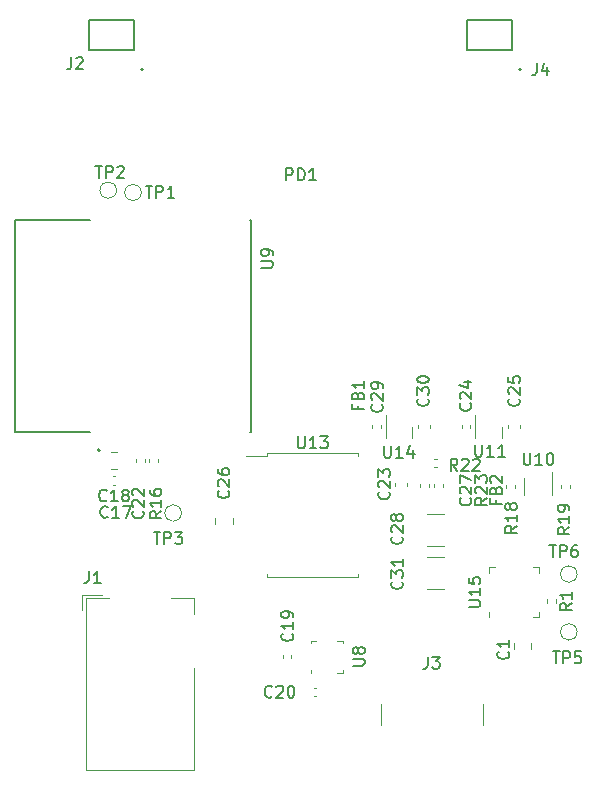
<source format=gbr>
%TF.GenerationSoftware,KiCad,Pcbnew,7.0.10*%
%TF.CreationDate,2024-03-09T07:06:28+08:00*%
%TF.ProjectId,ESP32Sensor-Sensor_board,45535033-3253-4656-9e73-6f722d53656e,rev?*%
%TF.SameCoordinates,Original*%
%TF.FileFunction,Legend,Top*%
%TF.FilePolarity,Positive*%
%FSLAX46Y46*%
G04 Gerber Fmt 4.6, Leading zero omitted, Abs format (unit mm)*
G04 Created by KiCad (PCBNEW 7.0.10) date 2024-03-09 07:06:28*
%MOMM*%
%LPD*%
G01*
G04 APERTURE LIST*
%ADD10C,0.150000*%
%ADD11C,0.120000*%
%ADD12C,0.127000*%
%ADD13C,0.200000*%
G04 APERTURE END LIST*
D10*
X161766666Y-125504819D02*
X161766666Y-126219104D01*
X161766666Y-126219104D02*
X161719047Y-126361961D01*
X161719047Y-126361961D02*
X161623809Y-126457200D01*
X161623809Y-126457200D02*
X161480952Y-126504819D01*
X161480952Y-126504819D02*
X161385714Y-126504819D01*
X162147619Y-125504819D02*
X162766666Y-125504819D01*
X162766666Y-125504819D02*
X162433333Y-125885771D01*
X162433333Y-125885771D02*
X162576190Y-125885771D01*
X162576190Y-125885771D02*
X162671428Y-125933390D01*
X162671428Y-125933390D02*
X162719047Y-125981009D01*
X162719047Y-125981009D02*
X162766666Y-126076247D01*
X162766666Y-126076247D02*
X162766666Y-126314342D01*
X162766666Y-126314342D02*
X162719047Y-126409580D01*
X162719047Y-126409580D02*
X162671428Y-126457200D01*
X162671428Y-126457200D02*
X162576190Y-126504819D01*
X162576190Y-126504819D02*
X162290476Y-126504819D01*
X162290476Y-126504819D02*
X162195238Y-126457200D01*
X162195238Y-126457200D02*
X162147619Y-126409580D01*
X155831009Y-104233333D02*
X155831009Y-104566666D01*
X156354819Y-104566666D02*
X155354819Y-104566666D01*
X155354819Y-104566666D02*
X155354819Y-104090476D01*
X155831009Y-103376190D02*
X155878628Y-103233333D01*
X155878628Y-103233333D02*
X155926247Y-103185714D01*
X155926247Y-103185714D02*
X156021485Y-103138095D01*
X156021485Y-103138095D02*
X156164342Y-103138095D01*
X156164342Y-103138095D02*
X156259580Y-103185714D01*
X156259580Y-103185714D02*
X156307200Y-103233333D01*
X156307200Y-103233333D02*
X156354819Y-103328571D01*
X156354819Y-103328571D02*
X156354819Y-103709523D01*
X156354819Y-103709523D02*
X155354819Y-103709523D01*
X155354819Y-103709523D02*
X155354819Y-103376190D01*
X155354819Y-103376190D02*
X155402438Y-103280952D01*
X155402438Y-103280952D02*
X155450057Y-103233333D01*
X155450057Y-103233333D02*
X155545295Y-103185714D01*
X155545295Y-103185714D02*
X155640533Y-103185714D01*
X155640533Y-103185714D02*
X155735771Y-103233333D01*
X155735771Y-103233333D02*
X155783390Y-103280952D01*
X155783390Y-103280952D02*
X155831009Y-103376190D01*
X155831009Y-103376190D02*
X155831009Y-103709523D01*
X156354819Y-102185714D02*
X156354819Y-102757142D01*
X156354819Y-102471428D02*
X155354819Y-102471428D01*
X155354819Y-102471428D02*
X155497676Y-102566666D01*
X155497676Y-102566666D02*
X155592914Y-102661904D01*
X155592914Y-102661904D02*
X155640533Y-102757142D01*
X134557142Y-112259580D02*
X134509523Y-112307200D01*
X134509523Y-112307200D02*
X134366666Y-112354819D01*
X134366666Y-112354819D02*
X134271428Y-112354819D01*
X134271428Y-112354819D02*
X134128571Y-112307200D01*
X134128571Y-112307200D02*
X134033333Y-112211961D01*
X134033333Y-112211961D02*
X133985714Y-112116723D01*
X133985714Y-112116723D02*
X133938095Y-111926247D01*
X133938095Y-111926247D02*
X133938095Y-111783390D01*
X133938095Y-111783390D02*
X133985714Y-111592914D01*
X133985714Y-111592914D02*
X134033333Y-111497676D01*
X134033333Y-111497676D02*
X134128571Y-111402438D01*
X134128571Y-111402438D02*
X134271428Y-111354819D01*
X134271428Y-111354819D02*
X134366666Y-111354819D01*
X134366666Y-111354819D02*
X134509523Y-111402438D01*
X134509523Y-111402438D02*
X134557142Y-111450057D01*
X135509523Y-112354819D02*
X134938095Y-112354819D01*
X135223809Y-112354819D02*
X135223809Y-111354819D01*
X135223809Y-111354819D02*
X135128571Y-111497676D01*
X135128571Y-111497676D02*
X135033333Y-111592914D01*
X135033333Y-111592914D02*
X134938095Y-111640533D01*
X136080952Y-111783390D02*
X135985714Y-111735771D01*
X135985714Y-111735771D02*
X135938095Y-111688152D01*
X135938095Y-111688152D02*
X135890476Y-111592914D01*
X135890476Y-111592914D02*
X135890476Y-111545295D01*
X135890476Y-111545295D02*
X135938095Y-111450057D01*
X135938095Y-111450057D02*
X135985714Y-111402438D01*
X135985714Y-111402438D02*
X136080952Y-111354819D01*
X136080952Y-111354819D02*
X136271428Y-111354819D01*
X136271428Y-111354819D02*
X136366666Y-111402438D01*
X136366666Y-111402438D02*
X136414285Y-111450057D01*
X136414285Y-111450057D02*
X136461904Y-111545295D01*
X136461904Y-111545295D02*
X136461904Y-111592914D01*
X136461904Y-111592914D02*
X136414285Y-111688152D01*
X136414285Y-111688152D02*
X136366666Y-111735771D01*
X136366666Y-111735771D02*
X136271428Y-111783390D01*
X136271428Y-111783390D02*
X136080952Y-111783390D01*
X136080952Y-111783390D02*
X135985714Y-111831009D01*
X135985714Y-111831009D02*
X135938095Y-111878628D01*
X135938095Y-111878628D02*
X135890476Y-111973866D01*
X135890476Y-111973866D02*
X135890476Y-112164342D01*
X135890476Y-112164342D02*
X135938095Y-112259580D01*
X135938095Y-112259580D02*
X135985714Y-112307200D01*
X135985714Y-112307200D02*
X136080952Y-112354819D01*
X136080952Y-112354819D02*
X136271428Y-112354819D01*
X136271428Y-112354819D02*
X136366666Y-112307200D01*
X136366666Y-112307200D02*
X136414285Y-112259580D01*
X136414285Y-112259580D02*
X136461904Y-112164342D01*
X136461904Y-112164342D02*
X136461904Y-111973866D01*
X136461904Y-111973866D02*
X136414285Y-111878628D01*
X136414285Y-111878628D02*
X136366666Y-111831009D01*
X136366666Y-111831009D02*
X136271428Y-111783390D01*
X172338095Y-125054819D02*
X172909523Y-125054819D01*
X172623809Y-126054819D02*
X172623809Y-125054819D01*
X173242857Y-126054819D02*
X173242857Y-125054819D01*
X173242857Y-125054819D02*
X173623809Y-125054819D01*
X173623809Y-125054819D02*
X173719047Y-125102438D01*
X173719047Y-125102438D02*
X173766666Y-125150057D01*
X173766666Y-125150057D02*
X173814285Y-125245295D01*
X173814285Y-125245295D02*
X173814285Y-125388152D01*
X173814285Y-125388152D02*
X173766666Y-125483390D01*
X173766666Y-125483390D02*
X173719047Y-125531009D01*
X173719047Y-125531009D02*
X173623809Y-125578628D01*
X173623809Y-125578628D02*
X173242857Y-125578628D01*
X174719047Y-125054819D02*
X174242857Y-125054819D01*
X174242857Y-125054819D02*
X174195238Y-125531009D01*
X174195238Y-125531009D02*
X174242857Y-125483390D01*
X174242857Y-125483390D02*
X174338095Y-125435771D01*
X174338095Y-125435771D02*
X174576190Y-125435771D01*
X174576190Y-125435771D02*
X174671428Y-125483390D01*
X174671428Y-125483390D02*
X174719047Y-125531009D01*
X174719047Y-125531009D02*
X174766666Y-125626247D01*
X174766666Y-125626247D02*
X174766666Y-125864342D01*
X174766666Y-125864342D02*
X174719047Y-125959580D01*
X174719047Y-125959580D02*
X174671428Y-126007200D01*
X174671428Y-126007200D02*
X174576190Y-126054819D01*
X174576190Y-126054819D02*
X174338095Y-126054819D01*
X174338095Y-126054819D02*
X174242857Y-126007200D01*
X174242857Y-126007200D02*
X174195238Y-125959580D01*
X168559580Y-125066666D02*
X168607200Y-125114285D01*
X168607200Y-125114285D02*
X168654819Y-125257142D01*
X168654819Y-125257142D02*
X168654819Y-125352380D01*
X168654819Y-125352380D02*
X168607200Y-125495237D01*
X168607200Y-125495237D02*
X168511961Y-125590475D01*
X168511961Y-125590475D02*
X168416723Y-125638094D01*
X168416723Y-125638094D02*
X168226247Y-125685713D01*
X168226247Y-125685713D02*
X168083390Y-125685713D01*
X168083390Y-125685713D02*
X167892914Y-125638094D01*
X167892914Y-125638094D02*
X167797676Y-125590475D01*
X167797676Y-125590475D02*
X167702438Y-125495237D01*
X167702438Y-125495237D02*
X167654819Y-125352380D01*
X167654819Y-125352380D02*
X167654819Y-125257142D01*
X167654819Y-125257142D02*
X167702438Y-125114285D01*
X167702438Y-125114285D02*
X167750057Y-125066666D01*
X168654819Y-124114285D02*
X168654819Y-124685713D01*
X168654819Y-124399999D02*
X167654819Y-124399999D01*
X167654819Y-124399999D02*
X167797676Y-124495237D01*
X167797676Y-124495237D02*
X167892914Y-124590475D01*
X167892914Y-124590475D02*
X167940533Y-124685713D01*
X173954819Y-120966666D02*
X173478628Y-121299999D01*
X173954819Y-121538094D02*
X172954819Y-121538094D01*
X172954819Y-121538094D02*
X172954819Y-121157142D01*
X172954819Y-121157142D02*
X173002438Y-121061904D01*
X173002438Y-121061904D02*
X173050057Y-121014285D01*
X173050057Y-121014285D02*
X173145295Y-120966666D01*
X173145295Y-120966666D02*
X173288152Y-120966666D01*
X173288152Y-120966666D02*
X173383390Y-121014285D01*
X173383390Y-121014285D02*
X173431009Y-121061904D01*
X173431009Y-121061904D02*
X173478628Y-121157142D01*
X173478628Y-121157142D02*
X173478628Y-121538094D01*
X173954819Y-120014285D02*
X173954819Y-120585713D01*
X173954819Y-120299999D02*
X172954819Y-120299999D01*
X172954819Y-120299999D02*
X173097676Y-120395237D01*
X173097676Y-120395237D02*
X173192914Y-120490475D01*
X173192914Y-120490475D02*
X173240533Y-120585713D01*
X169861905Y-108254819D02*
X169861905Y-109064342D01*
X169861905Y-109064342D02*
X169909524Y-109159580D01*
X169909524Y-109159580D02*
X169957143Y-109207200D01*
X169957143Y-109207200D02*
X170052381Y-109254819D01*
X170052381Y-109254819D02*
X170242857Y-109254819D01*
X170242857Y-109254819D02*
X170338095Y-109207200D01*
X170338095Y-109207200D02*
X170385714Y-109159580D01*
X170385714Y-109159580D02*
X170433333Y-109064342D01*
X170433333Y-109064342D02*
X170433333Y-108254819D01*
X171433333Y-109254819D02*
X170861905Y-109254819D01*
X171147619Y-109254819D02*
X171147619Y-108254819D01*
X171147619Y-108254819D02*
X171052381Y-108397676D01*
X171052381Y-108397676D02*
X170957143Y-108492914D01*
X170957143Y-108492914D02*
X170861905Y-108540533D01*
X172052381Y-108254819D02*
X172147619Y-108254819D01*
X172147619Y-108254819D02*
X172242857Y-108302438D01*
X172242857Y-108302438D02*
X172290476Y-108350057D01*
X172290476Y-108350057D02*
X172338095Y-108445295D01*
X172338095Y-108445295D02*
X172385714Y-108635771D01*
X172385714Y-108635771D02*
X172385714Y-108873866D01*
X172385714Y-108873866D02*
X172338095Y-109064342D01*
X172338095Y-109064342D02*
X172290476Y-109159580D01*
X172290476Y-109159580D02*
X172242857Y-109207200D01*
X172242857Y-109207200D02*
X172147619Y-109254819D01*
X172147619Y-109254819D02*
X172052381Y-109254819D01*
X172052381Y-109254819D02*
X171957143Y-109207200D01*
X171957143Y-109207200D02*
X171909524Y-109159580D01*
X171909524Y-109159580D02*
X171861905Y-109064342D01*
X171861905Y-109064342D02*
X171814286Y-108873866D01*
X171814286Y-108873866D02*
X171814286Y-108635771D01*
X171814286Y-108635771D02*
X171861905Y-108445295D01*
X171861905Y-108445295D02*
X171909524Y-108350057D01*
X171909524Y-108350057D02*
X171957143Y-108302438D01*
X171957143Y-108302438D02*
X172052381Y-108254819D01*
X158061905Y-107654819D02*
X158061905Y-108464342D01*
X158061905Y-108464342D02*
X158109524Y-108559580D01*
X158109524Y-108559580D02*
X158157143Y-108607200D01*
X158157143Y-108607200D02*
X158252381Y-108654819D01*
X158252381Y-108654819D02*
X158442857Y-108654819D01*
X158442857Y-108654819D02*
X158538095Y-108607200D01*
X158538095Y-108607200D02*
X158585714Y-108559580D01*
X158585714Y-108559580D02*
X158633333Y-108464342D01*
X158633333Y-108464342D02*
X158633333Y-107654819D01*
X159633333Y-108654819D02*
X159061905Y-108654819D01*
X159347619Y-108654819D02*
X159347619Y-107654819D01*
X159347619Y-107654819D02*
X159252381Y-107797676D01*
X159252381Y-107797676D02*
X159157143Y-107892914D01*
X159157143Y-107892914D02*
X159061905Y-107940533D01*
X160490476Y-107988152D02*
X160490476Y-108654819D01*
X160252381Y-107607200D02*
X160014286Y-108321485D01*
X160014286Y-108321485D02*
X160633333Y-108321485D01*
X169304819Y-114412857D02*
X168828628Y-114746190D01*
X169304819Y-114984285D02*
X168304819Y-114984285D01*
X168304819Y-114984285D02*
X168304819Y-114603333D01*
X168304819Y-114603333D02*
X168352438Y-114508095D01*
X168352438Y-114508095D02*
X168400057Y-114460476D01*
X168400057Y-114460476D02*
X168495295Y-114412857D01*
X168495295Y-114412857D02*
X168638152Y-114412857D01*
X168638152Y-114412857D02*
X168733390Y-114460476D01*
X168733390Y-114460476D02*
X168781009Y-114508095D01*
X168781009Y-114508095D02*
X168828628Y-114603333D01*
X168828628Y-114603333D02*
X168828628Y-114984285D01*
X169304819Y-113460476D02*
X169304819Y-114031904D01*
X169304819Y-113746190D02*
X168304819Y-113746190D01*
X168304819Y-113746190D02*
X168447676Y-113841428D01*
X168447676Y-113841428D02*
X168542914Y-113936666D01*
X168542914Y-113936666D02*
X168590533Y-114031904D01*
X168733390Y-112889047D02*
X168685771Y-112984285D01*
X168685771Y-112984285D02*
X168638152Y-113031904D01*
X168638152Y-113031904D02*
X168542914Y-113079523D01*
X168542914Y-113079523D02*
X168495295Y-113079523D01*
X168495295Y-113079523D02*
X168400057Y-113031904D01*
X168400057Y-113031904D02*
X168352438Y-112984285D01*
X168352438Y-112984285D02*
X168304819Y-112889047D01*
X168304819Y-112889047D02*
X168304819Y-112698571D01*
X168304819Y-112698571D02*
X168352438Y-112603333D01*
X168352438Y-112603333D02*
X168400057Y-112555714D01*
X168400057Y-112555714D02*
X168495295Y-112508095D01*
X168495295Y-112508095D02*
X168542914Y-112508095D01*
X168542914Y-112508095D02*
X168638152Y-112555714D01*
X168638152Y-112555714D02*
X168685771Y-112603333D01*
X168685771Y-112603333D02*
X168733390Y-112698571D01*
X168733390Y-112698571D02*
X168733390Y-112889047D01*
X168733390Y-112889047D02*
X168781009Y-112984285D01*
X168781009Y-112984285D02*
X168828628Y-113031904D01*
X168828628Y-113031904D02*
X168923866Y-113079523D01*
X168923866Y-113079523D02*
X169114342Y-113079523D01*
X169114342Y-113079523D02*
X169209580Y-113031904D01*
X169209580Y-113031904D02*
X169257200Y-112984285D01*
X169257200Y-112984285D02*
X169304819Y-112889047D01*
X169304819Y-112889047D02*
X169304819Y-112698571D01*
X169304819Y-112698571D02*
X169257200Y-112603333D01*
X169257200Y-112603333D02*
X169209580Y-112555714D01*
X169209580Y-112555714D02*
X169114342Y-112508095D01*
X169114342Y-112508095D02*
X168923866Y-112508095D01*
X168923866Y-112508095D02*
X168828628Y-112555714D01*
X168828628Y-112555714D02*
X168781009Y-112603333D01*
X168781009Y-112603333D02*
X168733390Y-112698571D01*
X137863095Y-85629819D02*
X138434523Y-85629819D01*
X138148809Y-86629819D02*
X138148809Y-85629819D01*
X138767857Y-86629819D02*
X138767857Y-85629819D01*
X138767857Y-85629819D02*
X139148809Y-85629819D01*
X139148809Y-85629819D02*
X139244047Y-85677438D01*
X139244047Y-85677438D02*
X139291666Y-85725057D01*
X139291666Y-85725057D02*
X139339285Y-85820295D01*
X139339285Y-85820295D02*
X139339285Y-85963152D01*
X139339285Y-85963152D02*
X139291666Y-86058390D01*
X139291666Y-86058390D02*
X139244047Y-86106009D01*
X139244047Y-86106009D02*
X139148809Y-86153628D01*
X139148809Y-86153628D02*
X138767857Y-86153628D01*
X140291666Y-86629819D02*
X139720238Y-86629819D01*
X140005952Y-86629819D02*
X140005952Y-85629819D01*
X140005952Y-85629819D02*
X139910714Y-85772676D01*
X139910714Y-85772676D02*
X139815476Y-85867914D01*
X139815476Y-85867914D02*
X139720238Y-85915533D01*
X165761905Y-107554819D02*
X165761905Y-108364342D01*
X165761905Y-108364342D02*
X165809524Y-108459580D01*
X165809524Y-108459580D02*
X165857143Y-108507200D01*
X165857143Y-108507200D02*
X165952381Y-108554819D01*
X165952381Y-108554819D02*
X166142857Y-108554819D01*
X166142857Y-108554819D02*
X166238095Y-108507200D01*
X166238095Y-108507200D02*
X166285714Y-108459580D01*
X166285714Y-108459580D02*
X166333333Y-108364342D01*
X166333333Y-108364342D02*
X166333333Y-107554819D01*
X167333333Y-108554819D02*
X166761905Y-108554819D01*
X167047619Y-108554819D02*
X167047619Y-107554819D01*
X167047619Y-107554819D02*
X166952381Y-107697676D01*
X166952381Y-107697676D02*
X166857143Y-107792914D01*
X166857143Y-107792914D02*
X166761905Y-107840533D01*
X168285714Y-108554819D02*
X167714286Y-108554819D01*
X168000000Y-108554819D02*
X168000000Y-107554819D01*
X168000000Y-107554819D02*
X167904762Y-107697676D01*
X167904762Y-107697676D02*
X167809524Y-107792914D01*
X167809524Y-107792914D02*
X167714286Y-107840533D01*
X164257142Y-109754819D02*
X163923809Y-109278628D01*
X163685714Y-109754819D02*
X163685714Y-108754819D01*
X163685714Y-108754819D02*
X164066666Y-108754819D01*
X164066666Y-108754819D02*
X164161904Y-108802438D01*
X164161904Y-108802438D02*
X164209523Y-108850057D01*
X164209523Y-108850057D02*
X164257142Y-108945295D01*
X164257142Y-108945295D02*
X164257142Y-109088152D01*
X164257142Y-109088152D02*
X164209523Y-109183390D01*
X164209523Y-109183390D02*
X164161904Y-109231009D01*
X164161904Y-109231009D02*
X164066666Y-109278628D01*
X164066666Y-109278628D02*
X163685714Y-109278628D01*
X164638095Y-108850057D02*
X164685714Y-108802438D01*
X164685714Y-108802438D02*
X164780952Y-108754819D01*
X164780952Y-108754819D02*
X165019047Y-108754819D01*
X165019047Y-108754819D02*
X165114285Y-108802438D01*
X165114285Y-108802438D02*
X165161904Y-108850057D01*
X165161904Y-108850057D02*
X165209523Y-108945295D01*
X165209523Y-108945295D02*
X165209523Y-109040533D01*
X165209523Y-109040533D02*
X165161904Y-109183390D01*
X165161904Y-109183390D02*
X164590476Y-109754819D01*
X164590476Y-109754819D02*
X165209523Y-109754819D01*
X165590476Y-108850057D02*
X165638095Y-108802438D01*
X165638095Y-108802438D02*
X165733333Y-108754819D01*
X165733333Y-108754819D02*
X165971428Y-108754819D01*
X165971428Y-108754819D02*
X166066666Y-108802438D01*
X166066666Y-108802438D02*
X166114285Y-108850057D01*
X166114285Y-108850057D02*
X166161904Y-108945295D01*
X166161904Y-108945295D02*
X166161904Y-109040533D01*
X166161904Y-109040533D02*
X166114285Y-109183390D01*
X166114285Y-109183390D02*
X165542857Y-109754819D01*
X165542857Y-109754819D02*
X166161904Y-109754819D01*
X157859580Y-104142857D02*
X157907200Y-104190476D01*
X157907200Y-104190476D02*
X157954819Y-104333333D01*
X157954819Y-104333333D02*
X157954819Y-104428571D01*
X157954819Y-104428571D02*
X157907200Y-104571428D01*
X157907200Y-104571428D02*
X157811961Y-104666666D01*
X157811961Y-104666666D02*
X157716723Y-104714285D01*
X157716723Y-104714285D02*
X157526247Y-104761904D01*
X157526247Y-104761904D02*
X157383390Y-104761904D01*
X157383390Y-104761904D02*
X157192914Y-104714285D01*
X157192914Y-104714285D02*
X157097676Y-104666666D01*
X157097676Y-104666666D02*
X157002438Y-104571428D01*
X157002438Y-104571428D02*
X156954819Y-104428571D01*
X156954819Y-104428571D02*
X156954819Y-104333333D01*
X156954819Y-104333333D02*
X157002438Y-104190476D01*
X157002438Y-104190476D02*
X157050057Y-104142857D01*
X157050057Y-103761904D02*
X157002438Y-103714285D01*
X157002438Y-103714285D02*
X156954819Y-103619047D01*
X156954819Y-103619047D02*
X156954819Y-103380952D01*
X156954819Y-103380952D02*
X157002438Y-103285714D01*
X157002438Y-103285714D02*
X157050057Y-103238095D01*
X157050057Y-103238095D02*
X157145295Y-103190476D01*
X157145295Y-103190476D02*
X157240533Y-103190476D01*
X157240533Y-103190476D02*
X157383390Y-103238095D01*
X157383390Y-103238095D02*
X157954819Y-103809523D01*
X157954819Y-103809523D02*
X157954819Y-103190476D01*
X157954819Y-102714285D02*
X157954819Y-102523809D01*
X157954819Y-102523809D02*
X157907200Y-102428571D01*
X157907200Y-102428571D02*
X157859580Y-102380952D01*
X157859580Y-102380952D02*
X157716723Y-102285714D01*
X157716723Y-102285714D02*
X157526247Y-102238095D01*
X157526247Y-102238095D02*
X157145295Y-102238095D01*
X157145295Y-102238095D02*
X157050057Y-102285714D01*
X157050057Y-102285714D02*
X157002438Y-102333333D01*
X157002438Y-102333333D02*
X156954819Y-102428571D01*
X156954819Y-102428571D02*
X156954819Y-102619047D01*
X156954819Y-102619047D02*
X157002438Y-102714285D01*
X157002438Y-102714285D02*
X157050057Y-102761904D01*
X157050057Y-102761904D02*
X157145295Y-102809523D01*
X157145295Y-102809523D02*
X157383390Y-102809523D01*
X157383390Y-102809523D02*
X157478628Y-102761904D01*
X157478628Y-102761904D02*
X157526247Y-102714285D01*
X157526247Y-102714285D02*
X157573866Y-102619047D01*
X157573866Y-102619047D02*
X157573866Y-102428571D01*
X157573866Y-102428571D02*
X157526247Y-102333333D01*
X157526247Y-102333333D02*
X157478628Y-102285714D01*
X157478628Y-102285714D02*
X157383390Y-102238095D01*
X155404819Y-126251904D02*
X156214342Y-126251904D01*
X156214342Y-126251904D02*
X156309580Y-126204285D01*
X156309580Y-126204285D02*
X156357200Y-126156666D01*
X156357200Y-126156666D02*
X156404819Y-126061428D01*
X156404819Y-126061428D02*
X156404819Y-125870952D01*
X156404819Y-125870952D02*
X156357200Y-125775714D01*
X156357200Y-125775714D02*
X156309580Y-125728095D01*
X156309580Y-125728095D02*
X156214342Y-125680476D01*
X156214342Y-125680476D02*
X155404819Y-125680476D01*
X155833390Y-125061428D02*
X155785771Y-125156666D01*
X155785771Y-125156666D02*
X155738152Y-125204285D01*
X155738152Y-125204285D02*
X155642914Y-125251904D01*
X155642914Y-125251904D02*
X155595295Y-125251904D01*
X155595295Y-125251904D02*
X155500057Y-125204285D01*
X155500057Y-125204285D02*
X155452438Y-125156666D01*
X155452438Y-125156666D02*
X155404819Y-125061428D01*
X155404819Y-125061428D02*
X155404819Y-124870952D01*
X155404819Y-124870952D02*
X155452438Y-124775714D01*
X155452438Y-124775714D02*
X155500057Y-124728095D01*
X155500057Y-124728095D02*
X155595295Y-124680476D01*
X155595295Y-124680476D02*
X155642914Y-124680476D01*
X155642914Y-124680476D02*
X155738152Y-124728095D01*
X155738152Y-124728095D02*
X155785771Y-124775714D01*
X155785771Y-124775714D02*
X155833390Y-124870952D01*
X155833390Y-124870952D02*
X155833390Y-125061428D01*
X155833390Y-125061428D02*
X155881009Y-125156666D01*
X155881009Y-125156666D02*
X155928628Y-125204285D01*
X155928628Y-125204285D02*
X156023866Y-125251904D01*
X156023866Y-125251904D02*
X156214342Y-125251904D01*
X156214342Y-125251904D02*
X156309580Y-125204285D01*
X156309580Y-125204285D02*
X156357200Y-125156666D01*
X156357200Y-125156666D02*
X156404819Y-125061428D01*
X156404819Y-125061428D02*
X156404819Y-124870952D01*
X156404819Y-124870952D02*
X156357200Y-124775714D01*
X156357200Y-124775714D02*
X156309580Y-124728095D01*
X156309580Y-124728095D02*
X156214342Y-124680476D01*
X156214342Y-124680476D02*
X156023866Y-124680476D01*
X156023866Y-124680476D02*
X155928628Y-124728095D01*
X155928628Y-124728095D02*
X155881009Y-124775714D01*
X155881009Y-124775714D02*
X155833390Y-124870952D01*
X137634580Y-113167857D02*
X137682200Y-113215476D01*
X137682200Y-113215476D02*
X137729819Y-113358333D01*
X137729819Y-113358333D02*
X137729819Y-113453571D01*
X137729819Y-113453571D02*
X137682200Y-113596428D01*
X137682200Y-113596428D02*
X137586961Y-113691666D01*
X137586961Y-113691666D02*
X137491723Y-113739285D01*
X137491723Y-113739285D02*
X137301247Y-113786904D01*
X137301247Y-113786904D02*
X137158390Y-113786904D01*
X137158390Y-113786904D02*
X136967914Y-113739285D01*
X136967914Y-113739285D02*
X136872676Y-113691666D01*
X136872676Y-113691666D02*
X136777438Y-113596428D01*
X136777438Y-113596428D02*
X136729819Y-113453571D01*
X136729819Y-113453571D02*
X136729819Y-113358333D01*
X136729819Y-113358333D02*
X136777438Y-113215476D01*
X136777438Y-113215476D02*
X136825057Y-113167857D01*
X136825057Y-112786904D02*
X136777438Y-112739285D01*
X136777438Y-112739285D02*
X136729819Y-112644047D01*
X136729819Y-112644047D02*
X136729819Y-112405952D01*
X136729819Y-112405952D02*
X136777438Y-112310714D01*
X136777438Y-112310714D02*
X136825057Y-112263095D01*
X136825057Y-112263095D02*
X136920295Y-112215476D01*
X136920295Y-112215476D02*
X137015533Y-112215476D01*
X137015533Y-112215476D02*
X137158390Y-112263095D01*
X137158390Y-112263095D02*
X137729819Y-112834523D01*
X137729819Y-112834523D02*
X137729819Y-112215476D01*
X136825057Y-111834523D02*
X136777438Y-111786904D01*
X136777438Y-111786904D02*
X136729819Y-111691666D01*
X136729819Y-111691666D02*
X136729819Y-111453571D01*
X136729819Y-111453571D02*
X136777438Y-111358333D01*
X136777438Y-111358333D02*
X136825057Y-111310714D01*
X136825057Y-111310714D02*
X136920295Y-111263095D01*
X136920295Y-111263095D02*
X137015533Y-111263095D01*
X137015533Y-111263095D02*
X137158390Y-111310714D01*
X137158390Y-111310714D02*
X137729819Y-111882142D01*
X137729819Y-111882142D02*
X137729819Y-111263095D01*
X169459580Y-103642857D02*
X169507200Y-103690476D01*
X169507200Y-103690476D02*
X169554819Y-103833333D01*
X169554819Y-103833333D02*
X169554819Y-103928571D01*
X169554819Y-103928571D02*
X169507200Y-104071428D01*
X169507200Y-104071428D02*
X169411961Y-104166666D01*
X169411961Y-104166666D02*
X169316723Y-104214285D01*
X169316723Y-104214285D02*
X169126247Y-104261904D01*
X169126247Y-104261904D02*
X168983390Y-104261904D01*
X168983390Y-104261904D02*
X168792914Y-104214285D01*
X168792914Y-104214285D02*
X168697676Y-104166666D01*
X168697676Y-104166666D02*
X168602438Y-104071428D01*
X168602438Y-104071428D02*
X168554819Y-103928571D01*
X168554819Y-103928571D02*
X168554819Y-103833333D01*
X168554819Y-103833333D02*
X168602438Y-103690476D01*
X168602438Y-103690476D02*
X168650057Y-103642857D01*
X168650057Y-103261904D02*
X168602438Y-103214285D01*
X168602438Y-103214285D02*
X168554819Y-103119047D01*
X168554819Y-103119047D02*
X168554819Y-102880952D01*
X168554819Y-102880952D02*
X168602438Y-102785714D01*
X168602438Y-102785714D02*
X168650057Y-102738095D01*
X168650057Y-102738095D02*
X168745295Y-102690476D01*
X168745295Y-102690476D02*
X168840533Y-102690476D01*
X168840533Y-102690476D02*
X168983390Y-102738095D01*
X168983390Y-102738095D02*
X169554819Y-103309523D01*
X169554819Y-103309523D02*
X169554819Y-102690476D01*
X168554819Y-101785714D02*
X168554819Y-102261904D01*
X168554819Y-102261904D02*
X169031009Y-102309523D01*
X169031009Y-102309523D02*
X168983390Y-102261904D01*
X168983390Y-102261904D02*
X168935771Y-102166666D01*
X168935771Y-102166666D02*
X168935771Y-101928571D01*
X168935771Y-101928571D02*
X168983390Y-101833333D01*
X168983390Y-101833333D02*
X169031009Y-101785714D01*
X169031009Y-101785714D02*
X169126247Y-101738095D01*
X169126247Y-101738095D02*
X169364342Y-101738095D01*
X169364342Y-101738095D02*
X169459580Y-101785714D01*
X169459580Y-101785714D02*
X169507200Y-101833333D01*
X169507200Y-101833333D02*
X169554819Y-101928571D01*
X169554819Y-101928571D02*
X169554819Y-102166666D01*
X169554819Y-102166666D02*
X169507200Y-102261904D01*
X169507200Y-102261904D02*
X169459580Y-102309523D01*
X138538095Y-114954819D02*
X139109523Y-114954819D01*
X138823809Y-115954819D02*
X138823809Y-114954819D01*
X139442857Y-115954819D02*
X139442857Y-114954819D01*
X139442857Y-114954819D02*
X139823809Y-114954819D01*
X139823809Y-114954819D02*
X139919047Y-115002438D01*
X139919047Y-115002438D02*
X139966666Y-115050057D01*
X139966666Y-115050057D02*
X140014285Y-115145295D01*
X140014285Y-115145295D02*
X140014285Y-115288152D01*
X140014285Y-115288152D02*
X139966666Y-115383390D01*
X139966666Y-115383390D02*
X139919047Y-115431009D01*
X139919047Y-115431009D02*
X139823809Y-115478628D01*
X139823809Y-115478628D02*
X139442857Y-115478628D01*
X140347619Y-114954819D02*
X140966666Y-114954819D01*
X140966666Y-114954819D02*
X140633333Y-115335771D01*
X140633333Y-115335771D02*
X140776190Y-115335771D01*
X140776190Y-115335771D02*
X140871428Y-115383390D01*
X140871428Y-115383390D02*
X140919047Y-115431009D01*
X140919047Y-115431009D02*
X140966666Y-115526247D01*
X140966666Y-115526247D02*
X140966666Y-115764342D01*
X140966666Y-115764342D02*
X140919047Y-115859580D01*
X140919047Y-115859580D02*
X140871428Y-115907200D01*
X140871428Y-115907200D02*
X140776190Y-115954819D01*
X140776190Y-115954819D02*
X140490476Y-115954819D01*
X140490476Y-115954819D02*
X140395238Y-115907200D01*
X140395238Y-115907200D02*
X140347619Y-115859580D01*
X167531009Y-112233333D02*
X167531009Y-112566666D01*
X168054819Y-112566666D02*
X167054819Y-112566666D01*
X167054819Y-112566666D02*
X167054819Y-112090476D01*
X167531009Y-111376190D02*
X167578628Y-111233333D01*
X167578628Y-111233333D02*
X167626247Y-111185714D01*
X167626247Y-111185714D02*
X167721485Y-111138095D01*
X167721485Y-111138095D02*
X167864342Y-111138095D01*
X167864342Y-111138095D02*
X167959580Y-111185714D01*
X167959580Y-111185714D02*
X168007200Y-111233333D01*
X168007200Y-111233333D02*
X168054819Y-111328571D01*
X168054819Y-111328571D02*
X168054819Y-111709523D01*
X168054819Y-111709523D02*
X167054819Y-111709523D01*
X167054819Y-111709523D02*
X167054819Y-111376190D01*
X167054819Y-111376190D02*
X167102438Y-111280952D01*
X167102438Y-111280952D02*
X167150057Y-111233333D01*
X167150057Y-111233333D02*
X167245295Y-111185714D01*
X167245295Y-111185714D02*
X167340533Y-111185714D01*
X167340533Y-111185714D02*
X167435771Y-111233333D01*
X167435771Y-111233333D02*
X167483390Y-111280952D01*
X167483390Y-111280952D02*
X167531009Y-111376190D01*
X167531009Y-111376190D02*
X167531009Y-111709523D01*
X167150057Y-110757142D02*
X167102438Y-110709523D01*
X167102438Y-110709523D02*
X167054819Y-110614285D01*
X167054819Y-110614285D02*
X167054819Y-110376190D01*
X167054819Y-110376190D02*
X167102438Y-110280952D01*
X167102438Y-110280952D02*
X167150057Y-110233333D01*
X167150057Y-110233333D02*
X167245295Y-110185714D01*
X167245295Y-110185714D02*
X167340533Y-110185714D01*
X167340533Y-110185714D02*
X167483390Y-110233333D01*
X167483390Y-110233333D02*
X168054819Y-110804761D01*
X168054819Y-110804761D02*
X168054819Y-110185714D01*
X148559642Y-128859580D02*
X148512023Y-128907200D01*
X148512023Y-128907200D02*
X148369166Y-128954819D01*
X148369166Y-128954819D02*
X148273928Y-128954819D01*
X148273928Y-128954819D02*
X148131071Y-128907200D01*
X148131071Y-128907200D02*
X148035833Y-128811961D01*
X148035833Y-128811961D02*
X147988214Y-128716723D01*
X147988214Y-128716723D02*
X147940595Y-128526247D01*
X147940595Y-128526247D02*
X147940595Y-128383390D01*
X147940595Y-128383390D02*
X147988214Y-128192914D01*
X147988214Y-128192914D02*
X148035833Y-128097676D01*
X148035833Y-128097676D02*
X148131071Y-128002438D01*
X148131071Y-128002438D02*
X148273928Y-127954819D01*
X148273928Y-127954819D02*
X148369166Y-127954819D01*
X148369166Y-127954819D02*
X148512023Y-128002438D01*
X148512023Y-128002438D02*
X148559642Y-128050057D01*
X148940595Y-128050057D02*
X148988214Y-128002438D01*
X148988214Y-128002438D02*
X149083452Y-127954819D01*
X149083452Y-127954819D02*
X149321547Y-127954819D01*
X149321547Y-127954819D02*
X149416785Y-128002438D01*
X149416785Y-128002438D02*
X149464404Y-128050057D01*
X149464404Y-128050057D02*
X149512023Y-128145295D01*
X149512023Y-128145295D02*
X149512023Y-128240533D01*
X149512023Y-128240533D02*
X149464404Y-128383390D01*
X149464404Y-128383390D02*
X148892976Y-128954819D01*
X148892976Y-128954819D02*
X149512023Y-128954819D01*
X150131071Y-127954819D02*
X150226309Y-127954819D01*
X150226309Y-127954819D02*
X150321547Y-128002438D01*
X150321547Y-128002438D02*
X150369166Y-128050057D01*
X150369166Y-128050057D02*
X150416785Y-128145295D01*
X150416785Y-128145295D02*
X150464404Y-128335771D01*
X150464404Y-128335771D02*
X150464404Y-128573866D01*
X150464404Y-128573866D02*
X150416785Y-128764342D01*
X150416785Y-128764342D02*
X150369166Y-128859580D01*
X150369166Y-128859580D02*
X150321547Y-128907200D01*
X150321547Y-128907200D02*
X150226309Y-128954819D01*
X150226309Y-128954819D02*
X150131071Y-128954819D01*
X150131071Y-128954819D02*
X150035833Y-128907200D01*
X150035833Y-128907200D02*
X149988214Y-128859580D01*
X149988214Y-128859580D02*
X149940595Y-128764342D01*
X149940595Y-128764342D02*
X149892976Y-128573866D01*
X149892976Y-128573866D02*
X149892976Y-128335771D01*
X149892976Y-128335771D02*
X149940595Y-128145295D01*
X149940595Y-128145295D02*
X149988214Y-128050057D01*
X149988214Y-128050057D02*
X150035833Y-128002438D01*
X150035833Y-128002438D02*
X150131071Y-127954819D01*
X173754819Y-114542857D02*
X173278628Y-114876190D01*
X173754819Y-115114285D02*
X172754819Y-115114285D01*
X172754819Y-115114285D02*
X172754819Y-114733333D01*
X172754819Y-114733333D02*
X172802438Y-114638095D01*
X172802438Y-114638095D02*
X172850057Y-114590476D01*
X172850057Y-114590476D02*
X172945295Y-114542857D01*
X172945295Y-114542857D02*
X173088152Y-114542857D01*
X173088152Y-114542857D02*
X173183390Y-114590476D01*
X173183390Y-114590476D02*
X173231009Y-114638095D01*
X173231009Y-114638095D02*
X173278628Y-114733333D01*
X173278628Y-114733333D02*
X173278628Y-115114285D01*
X173754819Y-113590476D02*
X173754819Y-114161904D01*
X173754819Y-113876190D02*
X172754819Y-113876190D01*
X172754819Y-113876190D02*
X172897676Y-113971428D01*
X172897676Y-113971428D02*
X172992914Y-114066666D01*
X172992914Y-114066666D02*
X173040533Y-114161904D01*
X173754819Y-113114285D02*
X173754819Y-112923809D01*
X173754819Y-112923809D02*
X173707200Y-112828571D01*
X173707200Y-112828571D02*
X173659580Y-112780952D01*
X173659580Y-112780952D02*
X173516723Y-112685714D01*
X173516723Y-112685714D02*
X173326247Y-112638095D01*
X173326247Y-112638095D02*
X172945295Y-112638095D01*
X172945295Y-112638095D02*
X172850057Y-112685714D01*
X172850057Y-112685714D02*
X172802438Y-112733333D01*
X172802438Y-112733333D02*
X172754819Y-112828571D01*
X172754819Y-112828571D02*
X172754819Y-113019047D01*
X172754819Y-113019047D02*
X172802438Y-113114285D01*
X172802438Y-113114285D02*
X172850057Y-113161904D01*
X172850057Y-113161904D02*
X172945295Y-113209523D01*
X172945295Y-113209523D02*
X173183390Y-113209523D01*
X173183390Y-113209523D02*
X173278628Y-113161904D01*
X173278628Y-113161904D02*
X173326247Y-113114285D01*
X173326247Y-113114285D02*
X173373866Y-113019047D01*
X173373866Y-113019047D02*
X173373866Y-112828571D01*
X173373866Y-112828571D02*
X173326247Y-112733333D01*
X173326247Y-112733333D02*
X173278628Y-112685714D01*
X173278628Y-112685714D02*
X173183390Y-112638095D01*
X165204819Y-121288094D02*
X166014342Y-121288094D01*
X166014342Y-121288094D02*
X166109580Y-121240475D01*
X166109580Y-121240475D02*
X166157200Y-121192856D01*
X166157200Y-121192856D02*
X166204819Y-121097618D01*
X166204819Y-121097618D02*
X166204819Y-120907142D01*
X166204819Y-120907142D02*
X166157200Y-120811904D01*
X166157200Y-120811904D02*
X166109580Y-120764285D01*
X166109580Y-120764285D02*
X166014342Y-120716666D01*
X166014342Y-120716666D02*
X165204819Y-120716666D01*
X166204819Y-119716666D02*
X166204819Y-120288094D01*
X166204819Y-120002380D02*
X165204819Y-120002380D01*
X165204819Y-120002380D02*
X165347676Y-120097618D01*
X165347676Y-120097618D02*
X165442914Y-120192856D01*
X165442914Y-120192856D02*
X165490533Y-120288094D01*
X165204819Y-118811904D02*
X165204819Y-119288094D01*
X165204819Y-119288094D02*
X165681009Y-119335713D01*
X165681009Y-119335713D02*
X165633390Y-119288094D01*
X165633390Y-119288094D02*
X165585771Y-119192856D01*
X165585771Y-119192856D02*
X165585771Y-118954761D01*
X165585771Y-118954761D02*
X165633390Y-118859523D01*
X165633390Y-118859523D02*
X165681009Y-118811904D01*
X165681009Y-118811904D02*
X165776247Y-118764285D01*
X165776247Y-118764285D02*
X166014342Y-118764285D01*
X166014342Y-118764285D02*
X166109580Y-118811904D01*
X166109580Y-118811904D02*
X166157200Y-118859523D01*
X166157200Y-118859523D02*
X166204819Y-118954761D01*
X166204819Y-118954761D02*
X166204819Y-119192856D01*
X166204819Y-119192856D02*
X166157200Y-119288094D01*
X166157200Y-119288094D02*
X166109580Y-119335713D01*
X165359580Y-112042857D02*
X165407200Y-112090476D01*
X165407200Y-112090476D02*
X165454819Y-112233333D01*
X165454819Y-112233333D02*
X165454819Y-112328571D01*
X165454819Y-112328571D02*
X165407200Y-112471428D01*
X165407200Y-112471428D02*
X165311961Y-112566666D01*
X165311961Y-112566666D02*
X165216723Y-112614285D01*
X165216723Y-112614285D02*
X165026247Y-112661904D01*
X165026247Y-112661904D02*
X164883390Y-112661904D01*
X164883390Y-112661904D02*
X164692914Y-112614285D01*
X164692914Y-112614285D02*
X164597676Y-112566666D01*
X164597676Y-112566666D02*
X164502438Y-112471428D01*
X164502438Y-112471428D02*
X164454819Y-112328571D01*
X164454819Y-112328571D02*
X164454819Y-112233333D01*
X164454819Y-112233333D02*
X164502438Y-112090476D01*
X164502438Y-112090476D02*
X164550057Y-112042857D01*
X164550057Y-111661904D02*
X164502438Y-111614285D01*
X164502438Y-111614285D02*
X164454819Y-111519047D01*
X164454819Y-111519047D02*
X164454819Y-111280952D01*
X164454819Y-111280952D02*
X164502438Y-111185714D01*
X164502438Y-111185714D02*
X164550057Y-111138095D01*
X164550057Y-111138095D02*
X164645295Y-111090476D01*
X164645295Y-111090476D02*
X164740533Y-111090476D01*
X164740533Y-111090476D02*
X164883390Y-111138095D01*
X164883390Y-111138095D02*
X165454819Y-111709523D01*
X165454819Y-111709523D02*
X165454819Y-111090476D01*
X164454819Y-110757142D02*
X164454819Y-110090476D01*
X164454819Y-110090476D02*
X165454819Y-110519047D01*
X139204819Y-113192857D02*
X138728628Y-113526190D01*
X139204819Y-113764285D02*
X138204819Y-113764285D01*
X138204819Y-113764285D02*
X138204819Y-113383333D01*
X138204819Y-113383333D02*
X138252438Y-113288095D01*
X138252438Y-113288095D02*
X138300057Y-113240476D01*
X138300057Y-113240476D02*
X138395295Y-113192857D01*
X138395295Y-113192857D02*
X138538152Y-113192857D01*
X138538152Y-113192857D02*
X138633390Y-113240476D01*
X138633390Y-113240476D02*
X138681009Y-113288095D01*
X138681009Y-113288095D02*
X138728628Y-113383333D01*
X138728628Y-113383333D02*
X138728628Y-113764285D01*
X139204819Y-112240476D02*
X139204819Y-112811904D01*
X139204819Y-112526190D02*
X138204819Y-112526190D01*
X138204819Y-112526190D02*
X138347676Y-112621428D01*
X138347676Y-112621428D02*
X138442914Y-112716666D01*
X138442914Y-112716666D02*
X138490533Y-112811904D01*
X138204819Y-111383333D02*
X138204819Y-111573809D01*
X138204819Y-111573809D02*
X138252438Y-111669047D01*
X138252438Y-111669047D02*
X138300057Y-111716666D01*
X138300057Y-111716666D02*
X138442914Y-111811904D01*
X138442914Y-111811904D02*
X138633390Y-111859523D01*
X138633390Y-111859523D02*
X139014342Y-111859523D01*
X139014342Y-111859523D02*
X139109580Y-111811904D01*
X139109580Y-111811904D02*
X139157200Y-111764285D01*
X139157200Y-111764285D02*
X139204819Y-111669047D01*
X139204819Y-111669047D02*
X139204819Y-111478571D01*
X139204819Y-111478571D02*
X139157200Y-111383333D01*
X139157200Y-111383333D02*
X139109580Y-111335714D01*
X139109580Y-111335714D02*
X139014342Y-111288095D01*
X139014342Y-111288095D02*
X138776247Y-111288095D01*
X138776247Y-111288095D02*
X138681009Y-111335714D01*
X138681009Y-111335714D02*
X138633390Y-111383333D01*
X138633390Y-111383333D02*
X138585771Y-111478571D01*
X138585771Y-111478571D02*
X138585771Y-111669047D01*
X138585771Y-111669047D02*
X138633390Y-111764285D01*
X138633390Y-111764285D02*
X138681009Y-111811904D01*
X138681009Y-111811904D02*
X138776247Y-111859523D01*
X158459580Y-111542857D02*
X158507200Y-111590476D01*
X158507200Y-111590476D02*
X158554819Y-111733333D01*
X158554819Y-111733333D02*
X158554819Y-111828571D01*
X158554819Y-111828571D02*
X158507200Y-111971428D01*
X158507200Y-111971428D02*
X158411961Y-112066666D01*
X158411961Y-112066666D02*
X158316723Y-112114285D01*
X158316723Y-112114285D02*
X158126247Y-112161904D01*
X158126247Y-112161904D02*
X157983390Y-112161904D01*
X157983390Y-112161904D02*
X157792914Y-112114285D01*
X157792914Y-112114285D02*
X157697676Y-112066666D01*
X157697676Y-112066666D02*
X157602438Y-111971428D01*
X157602438Y-111971428D02*
X157554819Y-111828571D01*
X157554819Y-111828571D02*
X157554819Y-111733333D01*
X157554819Y-111733333D02*
X157602438Y-111590476D01*
X157602438Y-111590476D02*
X157650057Y-111542857D01*
X157650057Y-111161904D02*
X157602438Y-111114285D01*
X157602438Y-111114285D02*
X157554819Y-111019047D01*
X157554819Y-111019047D02*
X157554819Y-110780952D01*
X157554819Y-110780952D02*
X157602438Y-110685714D01*
X157602438Y-110685714D02*
X157650057Y-110638095D01*
X157650057Y-110638095D02*
X157745295Y-110590476D01*
X157745295Y-110590476D02*
X157840533Y-110590476D01*
X157840533Y-110590476D02*
X157983390Y-110638095D01*
X157983390Y-110638095D02*
X158554819Y-111209523D01*
X158554819Y-111209523D02*
X158554819Y-110590476D01*
X157554819Y-110257142D02*
X157554819Y-109638095D01*
X157554819Y-109638095D02*
X157935771Y-109971428D01*
X157935771Y-109971428D02*
X157935771Y-109828571D01*
X157935771Y-109828571D02*
X157983390Y-109733333D01*
X157983390Y-109733333D02*
X158031009Y-109685714D01*
X158031009Y-109685714D02*
X158126247Y-109638095D01*
X158126247Y-109638095D02*
X158364342Y-109638095D01*
X158364342Y-109638095D02*
X158459580Y-109685714D01*
X158459580Y-109685714D02*
X158507200Y-109733333D01*
X158507200Y-109733333D02*
X158554819Y-109828571D01*
X158554819Y-109828571D02*
X158554819Y-110114285D01*
X158554819Y-110114285D02*
X158507200Y-110209523D01*
X158507200Y-110209523D02*
X158459580Y-110257142D01*
X144859580Y-111442857D02*
X144907200Y-111490476D01*
X144907200Y-111490476D02*
X144954819Y-111633333D01*
X144954819Y-111633333D02*
X144954819Y-111728571D01*
X144954819Y-111728571D02*
X144907200Y-111871428D01*
X144907200Y-111871428D02*
X144811961Y-111966666D01*
X144811961Y-111966666D02*
X144716723Y-112014285D01*
X144716723Y-112014285D02*
X144526247Y-112061904D01*
X144526247Y-112061904D02*
X144383390Y-112061904D01*
X144383390Y-112061904D02*
X144192914Y-112014285D01*
X144192914Y-112014285D02*
X144097676Y-111966666D01*
X144097676Y-111966666D02*
X144002438Y-111871428D01*
X144002438Y-111871428D02*
X143954819Y-111728571D01*
X143954819Y-111728571D02*
X143954819Y-111633333D01*
X143954819Y-111633333D02*
X144002438Y-111490476D01*
X144002438Y-111490476D02*
X144050057Y-111442857D01*
X144050057Y-111061904D02*
X144002438Y-111014285D01*
X144002438Y-111014285D02*
X143954819Y-110919047D01*
X143954819Y-110919047D02*
X143954819Y-110680952D01*
X143954819Y-110680952D02*
X144002438Y-110585714D01*
X144002438Y-110585714D02*
X144050057Y-110538095D01*
X144050057Y-110538095D02*
X144145295Y-110490476D01*
X144145295Y-110490476D02*
X144240533Y-110490476D01*
X144240533Y-110490476D02*
X144383390Y-110538095D01*
X144383390Y-110538095D02*
X144954819Y-111109523D01*
X144954819Y-111109523D02*
X144954819Y-110490476D01*
X143954819Y-109633333D02*
X143954819Y-109823809D01*
X143954819Y-109823809D02*
X144002438Y-109919047D01*
X144002438Y-109919047D02*
X144050057Y-109966666D01*
X144050057Y-109966666D02*
X144192914Y-110061904D01*
X144192914Y-110061904D02*
X144383390Y-110109523D01*
X144383390Y-110109523D02*
X144764342Y-110109523D01*
X144764342Y-110109523D02*
X144859580Y-110061904D01*
X144859580Y-110061904D02*
X144907200Y-110014285D01*
X144907200Y-110014285D02*
X144954819Y-109919047D01*
X144954819Y-109919047D02*
X144954819Y-109728571D01*
X144954819Y-109728571D02*
X144907200Y-109633333D01*
X144907200Y-109633333D02*
X144859580Y-109585714D01*
X144859580Y-109585714D02*
X144764342Y-109538095D01*
X144764342Y-109538095D02*
X144526247Y-109538095D01*
X144526247Y-109538095D02*
X144431009Y-109585714D01*
X144431009Y-109585714D02*
X144383390Y-109633333D01*
X144383390Y-109633333D02*
X144335771Y-109728571D01*
X144335771Y-109728571D02*
X144335771Y-109919047D01*
X144335771Y-109919047D02*
X144383390Y-110014285D01*
X144383390Y-110014285D02*
X144431009Y-110061904D01*
X144431009Y-110061904D02*
X144526247Y-110109523D01*
X165359580Y-104042857D02*
X165407200Y-104090476D01*
X165407200Y-104090476D02*
X165454819Y-104233333D01*
X165454819Y-104233333D02*
X165454819Y-104328571D01*
X165454819Y-104328571D02*
X165407200Y-104471428D01*
X165407200Y-104471428D02*
X165311961Y-104566666D01*
X165311961Y-104566666D02*
X165216723Y-104614285D01*
X165216723Y-104614285D02*
X165026247Y-104661904D01*
X165026247Y-104661904D02*
X164883390Y-104661904D01*
X164883390Y-104661904D02*
X164692914Y-104614285D01*
X164692914Y-104614285D02*
X164597676Y-104566666D01*
X164597676Y-104566666D02*
X164502438Y-104471428D01*
X164502438Y-104471428D02*
X164454819Y-104328571D01*
X164454819Y-104328571D02*
X164454819Y-104233333D01*
X164454819Y-104233333D02*
X164502438Y-104090476D01*
X164502438Y-104090476D02*
X164550057Y-104042857D01*
X164550057Y-103661904D02*
X164502438Y-103614285D01*
X164502438Y-103614285D02*
X164454819Y-103519047D01*
X164454819Y-103519047D02*
X164454819Y-103280952D01*
X164454819Y-103280952D02*
X164502438Y-103185714D01*
X164502438Y-103185714D02*
X164550057Y-103138095D01*
X164550057Y-103138095D02*
X164645295Y-103090476D01*
X164645295Y-103090476D02*
X164740533Y-103090476D01*
X164740533Y-103090476D02*
X164883390Y-103138095D01*
X164883390Y-103138095D02*
X165454819Y-103709523D01*
X165454819Y-103709523D02*
X165454819Y-103090476D01*
X164788152Y-102233333D02*
X165454819Y-102233333D01*
X164407200Y-102471428D02*
X165121485Y-102709523D01*
X165121485Y-102709523D02*
X165121485Y-102090476D01*
X133613095Y-83954819D02*
X134184523Y-83954819D01*
X133898809Y-84954819D02*
X133898809Y-83954819D01*
X134517857Y-84954819D02*
X134517857Y-83954819D01*
X134517857Y-83954819D02*
X134898809Y-83954819D01*
X134898809Y-83954819D02*
X134994047Y-84002438D01*
X134994047Y-84002438D02*
X135041666Y-84050057D01*
X135041666Y-84050057D02*
X135089285Y-84145295D01*
X135089285Y-84145295D02*
X135089285Y-84288152D01*
X135089285Y-84288152D02*
X135041666Y-84383390D01*
X135041666Y-84383390D02*
X134994047Y-84431009D01*
X134994047Y-84431009D02*
X134898809Y-84478628D01*
X134898809Y-84478628D02*
X134517857Y-84478628D01*
X135470238Y-84050057D02*
X135517857Y-84002438D01*
X135517857Y-84002438D02*
X135613095Y-83954819D01*
X135613095Y-83954819D02*
X135851190Y-83954819D01*
X135851190Y-83954819D02*
X135946428Y-84002438D01*
X135946428Y-84002438D02*
X135994047Y-84050057D01*
X135994047Y-84050057D02*
X136041666Y-84145295D01*
X136041666Y-84145295D02*
X136041666Y-84240533D01*
X136041666Y-84240533D02*
X135994047Y-84383390D01*
X135994047Y-84383390D02*
X135422619Y-84954819D01*
X135422619Y-84954819D02*
X136041666Y-84954819D01*
X133066666Y-118254819D02*
X133066666Y-118969104D01*
X133066666Y-118969104D02*
X133019047Y-119111961D01*
X133019047Y-119111961D02*
X132923809Y-119207200D01*
X132923809Y-119207200D02*
X132780952Y-119254819D01*
X132780952Y-119254819D02*
X132685714Y-119254819D01*
X134066666Y-119254819D02*
X133495238Y-119254819D01*
X133780952Y-119254819D02*
X133780952Y-118254819D01*
X133780952Y-118254819D02*
X133685714Y-118397676D01*
X133685714Y-118397676D02*
X133590476Y-118492914D01*
X133590476Y-118492914D02*
X133495238Y-118540533D01*
X150761905Y-106854819D02*
X150761905Y-107664342D01*
X150761905Y-107664342D02*
X150809524Y-107759580D01*
X150809524Y-107759580D02*
X150857143Y-107807200D01*
X150857143Y-107807200D02*
X150952381Y-107854819D01*
X150952381Y-107854819D02*
X151142857Y-107854819D01*
X151142857Y-107854819D02*
X151238095Y-107807200D01*
X151238095Y-107807200D02*
X151285714Y-107759580D01*
X151285714Y-107759580D02*
X151333333Y-107664342D01*
X151333333Y-107664342D02*
X151333333Y-106854819D01*
X152333333Y-107854819D02*
X151761905Y-107854819D01*
X152047619Y-107854819D02*
X152047619Y-106854819D01*
X152047619Y-106854819D02*
X151952381Y-106997676D01*
X151952381Y-106997676D02*
X151857143Y-107092914D01*
X151857143Y-107092914D02*
X151761905Y-107140533D01*
X152666667Y-106854819D02*
X153285714Y-106854819D01*
X153285714Y-106854819D02*
X152952381Y-107235771D01*
X152952381Y-107235771D02*
X153095238Y-107235771D01*
X153095238Y-107235771D02*
X153190476Y-107283390D01*
X153190476Y-107283390D02*
X153238095Y-107331009D01*
X153238095Y-107331009D02*
X153285714Y-107426247D01*
X153285714Y-107426247D02*
X153285714Y-107664342D01*
X153285714Y-107664342D02*
X153238095Y-107759580D01*
X153238095Y-107759580D02*
X153190476Y-107807200D01*
X153190476Y-107807200D02*
X153095238Y-107854819D01*
X153095238Y-107854819D02*
X152809524Y-107854819D01*
X152809524Y-107854819D02*
X152714286Y-107807200D01*
X152714286Y-107807200D02*
X152666667Y-107759580D01*
X159559580Y-115342857D02*
X159607200Y-115390476D01*
X159607200Y-115390476D02*
X159654819Y-115533333D01*
X159654819Y-115533333D02*
X159654819Y-115628571D01*
X159654819Y-115628571D02*
X159607200Y-115771428D01*
X159607200Y-115771428D02*
X159511961Y-115866666D01*
X159511961Y-115866666D02*
X159416723Y-115914285D01*
X159416723Y-115914285D02*
X159226247Y-115961904D01*
X159226247Y-115961904D02*
X159083390Y-115961904D01*
X159083390Y-115961904D02*
X158892914Y-115914285D01*
X158892914Y-115914285D02*
X158797676Y-115866666D01*
X158797676Y-115866666D02*
X158702438Y-115771428D01*
X158702438Y-115771428D02*
X158654819Y-115628571D01*
X158654819Y-115628571D02*
X158654819Y-115533333D01*
X158654819Y-115533333D02*
X158702438Y-115390476D01*
X158702438Y-115390476D02*
X158750057Y-115342857D01*
X158750057Y-114961904D02*
X158702438Y-114914285D01*
X158702438Y-114914285D02*
X158654819Y-114819047D01*
X158654819Y-114819047D02*
X158654819Y-114580952D01*
X158654819Y-114580952D02*
X158702438Y-114485714D01*
X158702438Y-114485714D02*
X158750057Y-114438095D01*
X158750057Y-114438095D02*
X158845295Y-114390476D01*
X158845295Y-114390476D02*
X158940533Y-114390476D01*
X158940533Y-114390476D02*
X159083390Y-114438095D01*
X159083390Y-114438095D02*
X159654819Y-115009523D01*
X159654819Y-115009523D02*
X159654819Y-114390476D01*
X159083390Y-113819047D02*
X159035771Y-113914285D01*
X159035771Y-113914285D02*
X158988152Y-113961904D01*
X158988152Y-113961904D02*
X158892914Y-114009523D01*
X158892914Y-114009523D02*
X158845295Y-114009523D01*
X158845295Y-114009523D02*
X158750057Y-113961904D01*
X158750057Y-113961904D02*
X158702438Y-113914285D01*
X158702438Y-113914285D02*
X158654819Y-113819047D01*
X158654819Y-113819047D02*
X158654819Y-113628571D01*
X158654819Y-113628571D02*
X158702438Y-113533333D01*
X158702438Y-113533333D02*
X158750057Y-113485714D01*
X158750057Y-113485714D02*
X158845295Y-113438095D01*
X158845295Y-113438095D02*
X158892914Y-113438095D01*
X158892914Y-113438095D02*
X158988152Y-113485714D01*
X158988152Y-113485714D02*
X159035771Y-113533333D01*
X159035771Y-113533333D02*
X159083390Y-113628571D01*
X159083390Y-113628571D02*
X159083390Y-113819047D01*
X159083390Y-113819047D02*
X159131009Y-113914285D01*
X159131009Y-113914285D02*
X159178628Y-113961904D01*
X159178628Y-113961904D02*
X159273866Y-114009523D01*
X159273866Y-114009523D02*
X159464342Y-114009523D01*
X159464342Y-114009523D02*
X159559580Y-113961904D01*
X159559580Y-113961904D02*
X159607200Y-113914285D01*
X159607200Y-113914285D02*
X159654819Y-113819047D01*
X159654819Y-113819047D02*
X159654819Y-113628571D01*
X159654819Y-113628571D02*
X159607200Y-113533333D01*
X159607200Y-113533333D02*
X159559580Y-113485714D01*
X159559580Y-113485714D02*
X159464342Y-113438095D01*
X159464342Y-113438095D02*
X159273866Y-113438095D01*
X159273866Y-113438095D02*
X159178628Y-113485714D01*
X159178628Y-113485714D02*
X159131009Y-113533333D01*
X159131009Y-113533333D02*
X159083390Y-113628571D01*
X150274580Y-123547857D02*
X150322200Y-123595476D01*
X150322200Y-123595476D02*
X150369819Y-123738333D01*
X150369819Y-123738333D02*
X150369819Y-123833571D01*
X150369819Y-123833571D02*
X150322200Y-123976428D01*
X150322200Y-123976428D02*
X150226961Y-124071666D01*
X150226961Y-124071666D02*
X150131723Y-124119285D01*
X150131723Y-124119285D02*
X149941247Y-124166904D01*
X149941247Y-124166904D02*
X149798390Y-124166904D01*
X149798390Y-124166904D02*
X149607914Y-124119285D01*
X149607914Y-124119285D02*
X149512676Y-124071666D01*
X149512676Y-124071666D02*
X149417438Y-123976428D01*
X149417438Y-123976428D02*
X149369819Y-123833571D01*
X149369819Y-123833571D02*
X149369819Y-123738333D01*
X149369819Y-123738333D02*
X149417438Y-123595476D01*
X149417438Y-123595476D02*
X149465057Y-123547857D01*
X150369819Y-122595476D02*
X150369819Y-123166904D01*
X150369819Y-122881190D02*
X149369819Y-122881190D01*
X149369819Y-122881190D02*
X149512676Y-122976428D01*
X149512676Y-122976428D02*
X149607914Y-123071666D01*
X149607914Y-123071666D02*
X149655533Y-123166904D01*
X150369819Y-122119285D02*
X150369819Y-121928809D01*
X150369819Y-121928809D02*
X150322200Y-121833571D01*
X150322200Y-121833571D02*
X150274580Y-121785952D01*
X150274580Y-121785952D02*
X150131723Y-121690714D01*
X150131723Y-121690714D02*
X149941247Y-121643095D01*
X149941247Y-121643095D02*
X149560295Y-121643095D01*
X149560295Y-121643095D02*
X149465057Y-121690714D01*
X149465057Y-121690714D02*
X149417438Y-121738333D01*
X149417438Y-121738333D02*
X149369819Y-121833571D01*
X149369819Y-121833571D02*
X149369819Y-122024047D01*
X149369819Y-122024047D02*
X149417438Y-122119285D01*
X149417438Y-122119285D02*
X149465057Y-122166904D01*
X149465057Y-122166904D02*
X149560295Y-122214523D01*
X149560295Y-122214523D02*
X149798390Y-122214523D01*
X149798390Y-122214523D02*
X149893628Y-122166904D01*
X149893628Y-122166904D02*
X149941247Y-122119285D01*
X149941247Y-122119285D02*
X149988866Y-122024047D01*
X149988866Y-122024047D02*
X149988866Y-121833571D01*
X149988866Y-121833571D02*
X149941247Y-121738333D01*
X149941247Y-121738333D02*
X149893628Y-121690714D01*
X149893628Y-121690714D02*
X149798390Y-121643095D01*
X134657142Y-113659580D02*
X134609523Y-113707200D01*
X134609523Y-113707200D02*
X134466666Y-113754819D01*
X134466666Y-113754819D02*
X134371428Y-113754819D01*
X134371428Y-113754819D02*
X134228571Y-113707200D01*
X134228571Y-113707200D02*
X134133333Y-113611961D01*
X134133333Y-113611961D02*
X134085714Y-113516723D01*
X134085714Y-113516723D02*
X134038095Y-113326247D01*
X134038095Y-113326247D02*
X134038095Y-113183390D01*
X134038095Y-113183390D02*
X134085714Y-112992914D01*
X134085714Y-112992914D02*
X134133333Y-112897676D01*
X134133333Y-112897676D02*
X134228571Y-112802438D01*
X134228571Y-112802438D02*
X134371428Y-112754819D01*
X134371428Y-112754819D02*
X134466666Y-112754819D01*
X134466666Y-112754819D02*
X134609523Y-112802438D01*
X134609523Y-112802438D02*
X134657142Y-112850057D01*
X135609523Y-113754819D02*
X135038095Y-113754819D01*
X135323809Y-113754819D02*
X135323809Y-112754819D01*
X135323809Y-112754819D02*
X135228571Y-112897676D01*
X135228571Y-112897676D02*
X135133333Y-112992914D01*
X135133333Y-112992914D02*
X135038095Y-113040533D01*
X135942857Y-112754819D02*
X136609523Y-112754819D01*
X136609523Y-112754819D02*
X136180952Y-113754819D01*
X172038095Y-116054819D02*
X172609523Y-116054819D01*
X172323809Y-117054819D02*
X172323809Y-116054819D01*
X172942857Y-117054819D02*
X172942857Y-116054819D01*
X172942857Y-116054819D02*
X173323809Y-116054819D01*
X173323809Y-116054819D02*
X173419047Y-116102438D01*
X173419047Y-116102438D02*
X173466666Y-116150057D01*
X173466666Y-116150057D02*
X173514285Y-116245295D01*
X173514285Y-116245295D02*
X173514285Y-116388152D01*
X173514285Y-116388152D02*
X173466666Y-116483390D01*
X173466666Y-116483390D02*
X173419047Y-116531009D01*
X173419047Y-116531009D02*
X173323809Y-116578628D01*
X173323809Y-116578628D02*
X172942857Y-116578628D01*
X174371428Y-116054819D02*
X174180952Y-116054819D01*
X174180952Y-116054819D02*
X174085714Y-116102438D01*
X174085714Y-116102438D02*
X174038095Y-116150057D01*
X174038095Y-116150057D02*
X173942857Y-116292914D01*
X173942857Y-116292914D02*
X173895238Y-116483390D01*
X173895238Y-116483390D02*
X173895238Y-116864342D01*
X173895238Y-116864342D02*
X173942857Y-116959580D01*
X173942857Y-116959580D02*
X173990476Y-117007200D01*
X173990476Y-117007200D02*
X174085714Y-117054819D01*
X174085714Y-117054819D02*
X174276190Y-117054819D01*
X174276190Y-117054819D02*
X174371428Y-117007200D01*
X174371428Y-117007200D02*
X174419047Y-116959580D01*
X174419047Y-116959580D02*
X174466666Y-116864342D01*
X174466666Y-116864342D02*
X174466666Y-116626247D01*
X174466666Y-116626247D02*
X174419047Y-116531009D01*
X174419047Y-116531009D02*
X174371428Y-116483390D01*
X174371428Y-116483390D02*
X174276190Y-116435771D01*
X174276190Y-116435771D02*
X174085714Y-116435771D01*
X174085714Y-116435771D02*
X173990476Y-116483390D01*
X173990476Y-116483390D02*
X173942857Y-116531009D01*
X173942857Y-116531009D02*
X173895238Y-116626247D01*
X159559580Y-119142857D02*
X159607200Y-119190476D01*
X159607200Y-119190476D02*
X159654819Y-119333333D01*
X159654819Y-119333333D02*
X159654819Y-119428571D01*
X159654819Y-119428571D02*
X159607200Y-119571428D01*
X159607200Y-119571428D02*
X159511961Y-119666666D01*
X159511961Y-119666666D02*
X159416723Y-119714285D01*
X159416723Y-119714285D02*
X159226247Y-119761904D01*
X159226247Y-119761904D02*
X159083390Y-119761904D01*
X159083390Y-119761904D02*
X158892914Y-119714285D01*
X158892914Y-119714285D02*
X158797676Y-119666666D01*
X158797676Y-119666666D02*
X158702438Y-119571428D01*
X158702438Y-119571428D02*
X158654819Y-119428571D01*
X158654819Y-119428571D02*
X158654819Y-119333333D01*
X158654819Y-119333333D02*
X158702438Y-119190476D01*
X158702438Y-119190476D02*
X158750057Y-119142857D01*
X158654819Y-118809523D02*
X158654819Y-118190476D01*
X158654819Y-118190476D02*
X159035771Y-118523809D01*
X159035771Y-118523809D02*
X159035771Y-118380952D01*
X159035771Y-118380952D02*
X159083390Y-118285714D01*
X159083390Y-118285714D02*
X159131009Y-118238095D01*
X159131009Y-118238095D02*
X159226247Y-118190476D01*
X159226247Y-118190476D02*
X159464342Y-118190476D01*
X159464342Y-118190476D02*
X159559580Y-118238095D01*
X159559580Y-118238095D02*
X159607200Y-118285714D01*
X159607200Y-118285714D02*
X159654819Y-118380952D01*
X159654819Y-118380952D02*
X159654819Y-118666666D01*
X159654819Y-118666666D02*
X159607200Y-118761904D01*
X159607200Y-118761904D02*
X159559580Y-118809523D01*
X159654819Y-117238095D02*
X159654819Y-117809523D01*
X159654819Y-117523809D02*
X158654819Y-117523809D01*
X158654819Y-117523809D02*
X158797676Y-117619047D01*
X158797676Y-117619047D02*
X158892914Y-117714285D01*
X158892914Y-117714285D02*
X158940533Y-117809523D01*
X166754819Y-112042857D02*
X166278628Y-112376190D01*
X166754819Y-112614285D02*
X165754819Y-112614285D01*
X165754819Y-112614285D02*
X165754819Y-112233333D01*
X165754819Y-112233333D02*
X165802438Y-112138095D01*
X165802438Y-112138095D02*
X165850057Y-112090476D01*
X165850057Y-112090476D02*
X165945295Y-112042857D01*
X165945295Y-112042857D02*
X166088152Y-112042857D01*
X166088152Y-112042857D02*
X166183390Y-112090476D01*
X166183390Y-112090476D02*
X166231009Y-112138095D01*
X166231009Y-112138095D02*
X166278628Y-112233333D01*
X166278628Y-112233333D02*
X166278628Y-112614285D01*
X165850057Y-111661904D02*
X165802438Y-111614285D01*
X165802438Y-111614285D02*
X165754819Y-111519047D01*
X165754819Y-111519047D02*
X165754819Y-111280952D01*
X165754819Y-111280952D02*
X165802438Y-111185714D01*
X165802438Y-111185714D02*
X165850057Y-111138095D01*
X165850057Y-111138095D02*
X165945295Y-111090476D01*
X165945295Y-111090476D02*
X166040533Y-111090476D01*
X166040533Y-111090476D02*
X166183390Y-111138095D01*
X166183390Y-111138095D02*
X166754819Y-111709523D01*
X166754819Y-111709523D02*
X166754819Y-111090476D01*
X165754819Y-110757142D02*
X165754819Y-110138095D01*
X165754819Y-110138095D02*
X166135771Y-110471428D01*
X166135771Y-110471428D02*
X166135771Y-110328571D01*
X166135771Y-110328571D02*
X166183390Y-110233333D01*
X166183390Y-110233333D02*
X166231009Y-110185714D01*
X166231009Y-110185714D02*
X166326247Y-110138095D01*
X166326247Y-110138095D02*
X166564342Y-110138095D01*
X166564342Y-110138095D02*
X166659580Y-110185714D01*
X166659580Y-110185714D02*
X166707200Y-110233333D01*
X166707200Y-110233333D02*
X166754819Y-110328571D01*
X166754819Y-110328571D02*
X166754819Y-110614285D01*
X166754819Y-110614285D02*
X166707200Y-110709523D01*
X166707200Y-110709523D02*
X166659580Y-110757142D01*
X147654819Y-92561904D02*
X148464342Y-92561904D01*
X148464342Y-92561904D02*
X148559580Y-92514285D01*
X148559580Y-92514285D02*
X148607200Y-92466666D01*
X148607200Y-92466666D02*
X148654819Y-92371428D01*
X148654819Y-92371428D02*
X148654819Y-92180952D01*
X148654819Y-92180952D02*
X148607200Y-92085714D01*
X148607200Y-92085714D02*
X148559580Y-92038095D01*
X148559580Y-92038095D02*
X148464342Y-91990476D01*
X148464342Y-91990476D02*
X147654819Y-91990476D01*
X148654819Y-91466666D02*
X148654819Y-91276190D01*
X148654819Y-91276190D02*
X148607200Y-91180952D01*
X148607200Y-91180952D02*
X148559580Y-91133333D01*
X148559580Y-91133333D02*
X148416723Y-91038095D01*
X148416723Y-91038095D02*
X148226247Y-90990476D01*
X148226247Y-90990476D02*
X147845295Y-90990476D01*
X147845295Y-90990476D02*
X147750057Y-91038095D01*
X147750057Y-91038095D02*
X147702438Y-91085714D01*
X147702438Y-91085714D02*
X147654819Y-91180952D01*
X147654819Y-91180952D02*
X147654819Y-91371428D01*
X147654819Y-91371428D02*
X147702438Y-91466666D01*
X147702438Y-91466666D02*
X147750057Y-91514285D01*
X147750057Y-91514285D02*
X147845295Y-91561904D01*
X147845295Y-91561904D02*
X148083390Y-91561904D01*
X148083390Y-91561904D02*
X148178628Y-91514285D01*
X148178628Y-91514285D02*
X148226247Y-91466666D01*
X148226247Y-91466666D02*
X148273866Y-91371428D01*
X148273866Y-91371428D02*
X148273866Y-91180952D01*
X148273866Y-91180952D02*
X148226247Y-91085714D01*
X148226247Y-91085714D02*
X148178628Y-91038095D01*
X148178628Y-91038095D02*
X148083390Y-90990476D01*
X161759580Y-103642857D02*
X161807200Y-103690476D01*
X161807200Y-103690476D02*
X161854819Y-103833333D01*
X161854819Y-103833333D02*
X161854819Y-103928571D01*
X161854819Y-103928571D02*
X161807200Y-104071428D01*
X161807200Y-104071428D02*
X161711961Y-104166666D01*
X161711961Y-104166666D02*
X161616723Y-104214285D01*
X161616723Y-104214285D02*
X161426247Y-104261904D01*
X161426247Y-104261904D02*
X161283390Y-104261904D01*
X161283390Y-104261904D02*
X161092914Y-104214285D01*
X161092914Y-104214285D02*
X160997676Y-104166666D01*
X160997676Y-104166666D02*
X160902438Y-104071428D01*
X160902438Y-104071428D02*
X160854819Y-103928571D01*
X160854819Y-103928571D02*
X160854819Y-103833333D01*
X160854819Y-103833333D02*
X160902438Y-103690476D01*
X160902438Y-103690476D02*
X160950057Y-103642857D01*
X160854819Y-103309523D02*
X160854819Y-102690476D01*
X160854819Y-102690476D02*
X161235771Y-103023809D01*
X161235771Y-103023809D02*
X161235771Y-102880952D01*
X161235771Y-102880952D02*
X161283390Y-102785714D01*
X161283390Y-102785714D02*
X161331009Y-102738095D01*
X161331009Y-102738095D02*
X161426247Y-102690476D01*
X161426247Y-102690476D02*
X161664342Y-102690476D01*
X161664342Y-102690476D02*
X161759580Y-102738095D01*
X161759580Y-102738095D02*
X161807200Y-102785714D01*
X161807200Y-102785714D02*
X161854819Y-102880952D01*
X161854819Y-102880952D02*
X161854819Y-103166666D01*
X161854819Y-103166666D02*
X161807200Y-103261904D01*
X161807200Y-103261904D02*
X161759580Y-103309523D01*
X160854819Y-102071428D02*
X160854819Y-101976190D01*
X160854819Y-101976190D02*
X160902438Y-101880952D01*
X160902438Y-101880952D02*
X160950057Y-101833333D01*
X160950057Y-101833333D02*
X161045295Y-101785714D01*
X161045295Y-101785714D02*
X161235771Y-101738095D01*
X161235771Y-101738095D02*
X161473866Y-101738095D01*
X161473866Y-101738095D02*
X161664342Y-101785714D01*
X161664342Y-101785714D02*
X161759580Y-101833333D01*
X161759580Y-101833333D02*
X161807200Y-101880952D01*
X161807200Y-101880952D02*
X161854819Y-101976190D01*
X161854819Y-101976190D02*
X161854819Y-102071428D01*
X161854819Y-102071428D02*
X161807200Y-102166666D01*
X161807200Y-102166666D02*
X161759580Y-102214285D01*
X161759580Y-102214285D02*
X161664342Y-102261904D01*
X161664342Y-102261904D02*
X161473866Y-102309523D01*
X161473866Y-102309523D02*
X161235771Y-102309523D01*
X161235771Y-102309523D02*
X161045295Y-102261904D01*
X161045295Y-102261904D02*
X160950057Y-102214285D01*
X160950057Y-102214285D02*
X160902438Y-102166666D01*
X160902438Y-102166666D02*
X160854819Y-102071428D01*
X170969166Y-75257319D02*
X170969166Y-75971604D01*
X170969166Y-75971604D02*
X170921547Y-76114461D01*
X170921547Y-76114461D02*
X170826309Y-76209700D01*
X170826309Y-76209700D02*
X170683452Y-76257319D01*
X170683452Y-76257319D02*
X170588214Y-76257319D01*
X171873928Y-75590652D02*
X171873928Y-76257319D01*
X171635833Y-75209700D02*
X171397738Y-75923985D01*
X171397738Y-75923985D02*
X172016785Y-75923985D01*
X149761905Y-85154819D02*
X149761905Y-84154819D01*
X149761905Y-84154819D02*
X150142857Y-84154819D01*
X150142857Y-84154819D02*
X150238095Y-84202438D01*
X150238095Y-84202438D02*
X150285714Y-84250057D01*
X150285714Y-84250057D02*
X150333333Y-84345295D01*
X150333333Y-84345295D02*
X150333333Y-84488152D01*
X150333333Y-84488152D02*
X150285714Y-84583390D01*
X150285714Y-84583390D02*
X150238095Y-84631009D01*
X150238095Y-84631009D02*
X150142857Y-84678628D01*
X150142857Y-84678628D02*
X149761905Y-84678628D01*
X150761905Y-85154819D02*
X150761905Y-84154819D01*
X150761905Y-84154819D02*
X151000000Y-84154819D01*
X151000000Y-84154819D02*
X151142857Y-84202438D01*
X151142857Y-84202438D02*
X151238095Y-84297676D01*
X151238095Y-84297676D02*
X151285714Y-84392914D01*
X151285714Y-84392914D02*
X151333333Y-84583390D01*
X151333333Y-84583390D02*
X151333333Y-84726247D01*
X151333333Y-84726247D02*
X151285714Y-84916723D01*
X151285714Y-84916723D02*
X151238095Y-85011961D01*
X151238095Y-85011961D02*
X151142857Y-85107200D01*
X151142857Y-85107200D02*
X151000000Y-85154819D01*
X151000000Y-85154819D02*
X150761905Y-85154819D01*
X152285714Y-85154819D02*
X151714286Y-85154819D01*
X152000000Y-85154819D02*
X152000000Y-84154819D01*
X152000000Y-84154819D02*
X151904762Y-84297676D01*
X151904762Y-84297676D02*
X151809524Y-84392914D01*
X151809524Y-84392914D02*
X151714286Y-84440533D01*
X131566666Y-74754819D02*
X131566666Y-75469104D01*
X131566666Y-75469104D02*
X131519047Y-75611961D01*
X131519047Y-75611961D02*
X131423809Y-75707200D01*
X131423809Y-75707200D02*
X131280952Y-75754819D01*
X131280952Y-75754819D02*
X131185714Y-75754819D01*
X131995238Y-74850057D02*
X132042857Y-74802438D01*
X132042857Y-74802438D02*
X132138095Y-74754819D01*
X132138095Y-74754819D02*
X132376190Y-74754819D01*
X132376190Y-74754819D02*
X132471428Y-74802438D01*
X132471428Y-74802438D02*
X132519047Y-74850057D01*
X132519047Y-74850057D02*
X132566666Y-74945295D01*
X132566666Y-74945295D02*
X132566666Y-75040533D01*
X132566666Y-75040533D02*
X132519047Y-75183390D01*
X132519047Y-75183390D02*
X131947619Y-75754819D01*
X131947619Y-75754819D02*
X132566666Y-75754819D01*
D11*
%TO.C,J3*%
X166420000Y-129500000D02*
X166420000Y-131300000D01*
X157780000Y-129500000D02*
X157780000Y-131300000D01*
%TO.C,C18*%
X134938748Y-109635000D02*
X135461252Y-109635000D01*
X134938748Y-108165000D02*
X135461252Y-108165000D01*
%TO.C,TP5*%
X174400000Y-123400000D02*
G75*
G03*
X173000000Y-123400000I-700000J0D01*
G01*
X173000000Y-123400000D02*
G75*
G03*
X174400000Y-123400000I700000J0D01*
G01*
%TO.C,C1*%
X170535000Y-124861252D02*
X170535000Y-124338748D01*
X169065000Y-124861252D02*
X169065000Y-124338748D01*
%TO.C,R1*%
X172580000Y-120656359D02*
X172580000Y-120963641D01*
X171820000Y-120656359D02*
X171820000Y-120963641D01*
%TO.C,U10*%
X169940000Y-110400000D02*
X169940000Y-111800000D01*
X172260000Y-111800000D02*
X172260000Y-109900000D01*
%TO.C,U14*%
X158190000Y-105012500D02*
X158190000Y-107012500D01*
X160410000Y-106012500D02*
X160410000Y-107012500D01*
%TO.C,R18*%
X168420000Y-111253641D02*
X168420000Y-110946359D01*
X169180000Y-111253641D02*
X169180000Y-110946359D01*
%TO.C,TP1*%
X137500000Y-86200000D02*
G75*
G03*
X136100000Y-86200000I-700000J0D01*
G01*
X136100000Y-86200000D02*
G75*
G03*
X137500000Y-86200000I700000J0D01*
G01*
%TO.C,U11*%
X165790000Y-105012500D02*
X165790000Y-107012500D01*
X168010000Y-106012500D02*
X168010000Y-107012500D01*
%TO.C,R22*%
X162246359Y-108720000D02*
X162553641Y-108720000D01*
X162246359Y-109480000D02*
X162553641Y-109480000D01*
%TO.C,C29*%
X157760000Y-106120336D02*
X157760000Y-105904664D01*
X157040000Y-106120336D02*
X157040000Y-105904664D01*
%TO.C,U8*%
X154560000Y-124365000D02*
X154560000Y-124140000D01*
X154560000Y-124140000D02*
X154085000Y-124140000D01*
X151840000Y-124365000D02*
X151840000Y-124140000D01*
X151840000Y-126635000D02*
X151840000Y-126860000D01*
X151840000Y-124140000D02*
X152315000Y-124140000D01*
X154560000Y-126635000D02*
X154560000Y-126860000D01*
X154560000Y-126860000D02*
X154085000Y-126860000D01*
%TO.C,C22*%
X137810000Y-108982836D02*
X137810000Y-108767164D01*
X137090000Y-108982836D02*
X137090000Y-108767164D01*
%TO.C,C25*%
X168540000Y-105871920D02*
X168540000Y-106153080D01*
X169560000Y-105871920D02*
X169560000Y-106153080D01*
%TO.C,TP3*%
X140900000Y-113330000D02*
G75*
G03*
X139500000Y-113330000I-700000J0D01*
G01*
X139500000Y-113330000D02*
G75*
G03*
X140900000Y-113330000I700000J0D01*
G01*
%TO.C,C20*%
X152092164Y-128860000D02*
X152307836Y-128860000D01*
X152092164Y-128140000D02*
X152307836Y-128140000D01*
%TO.C,R19*%
X173020000Y-111253641D02*
X173020000Y-110946359D01*
X173780000Y-111253641D02*
X173780000Y-110946359D01*
%TO.C,U15*%
X171160000Y-122160000D02*
X170685000Y-122160000D01*
X166940000Y-121685000D02*
X166940000Y-122160000D01*
X171160000Y-121685000D02*
X171160000Y-122160000D01*
X166940000Y-118415000D02*
X166940000Y-117940000D01*
X171160000Y-118415000D02*
X171160000Y-117940000D01*
X166940000Y-117940000D02*
X167415000Y-117940000D01*
X171160000Y-117940000D02*
X170685000Y-117940000D01*
%TO.C,C27*%
X161860000Y-111107836D02*
X161860000Y-110892164D01*
X161140000Y-111107836D02*
X161140000Y-110892164D01*
%TO.C,R16*%
X138145000Y-109028641D02*
X138145000Y-108721359D01*
X138905000Y-109028641D02*
X138905000Y-108721359D01*
%TO.C,C23*%
X158990000Y-110759420D02*
X158990000Y-111040580D01*
X160010000Y-110759420D02*
X160010000Y-111040580D01*
%TO.C,C26*%
X145235000Y-114261252D02*
X145235000Y-113738748D01*
X143765000Y-114261252D02*
X143765000Y-113738748D01*
%TO.C,C24*%
X165360000Y-106120336D02*
X165360000Y-105904664D01*
X164640000Y-106120336D02*
X164640000Y-105904664D01*
%TO.C,TP2*%
X135400000Y-86000000D02*
G75*
G03*
X134000000Y-86000000I-700000J0D01*
G01*
X134000000Y-86000000D02*
G75*
G03*
X135400000Y-86000000I700000J0D01*
G01*
%TO.C,J1*%
X132500000Y-120250000D02*
X132500000Y-121550000D01*
X132800000Y-120550000D02*
X134800000Y-120550000D01*
X132800000Y-135050000D02*
X132800000Y-120550000D01*
X134200000Y-120250000D02*
X132500000Y-120250000D01*
X140000000Y-120550000D02*
X142000000Y-120550000D01*
X142000000Y-120550000D02*
X142000000Y-121850000D01*
X142000000Y-126450000D02*
X142000000Y-135050000D01*
X142000000Y-135050000D02*
X132800000Y-135050000D01*
%TO.C,U13*%
X155860000Y-118760000D02*
X155860000Y-118505000D01*
X152000000Y-118760000D02*
X155860000Y-118760000D01*
X148140000Y-118760000D02*
X148140000Y-118505000D01*
X148140000Y-108495000D02*
X146325000Y-108495000D01*
X152000000Y-118760000D02*
X148140000Y-118760000D01*
X155860000Y-108240000D02*
X155860000Y-108495000D01*
X148140000Y-108240000D02*
X148140000Y-108495000D01*
X152000000Y-108240000D02*
X155860000Y-108240000D01*
X152000000Y-108240000D02*
X148140000Y-108240000D01*
%TO.C,C28*%
X161688748Y-113440000D02*
X163111252Y-113440000D01*
X161688748Y-116160000D02*
X163111252Y-116160000D01*
%TO.C,C19*%
X150185000Y-125582836D02*
X150185000Y-125367164D01*
X149465000Y-125582836D02*
X149465000Y-125367164D01*
%TO.C,C17*%
X135092164Y-110960000D02*
X135307836Y-110960000D01*
X135092164Y-110240000D02*
X135307836Y-110240000D01*
%TO.C,TP6*%
X174400000Y-118500000D02*
G75*
G03*
X173000000Y-118500000I-700000J0D01*
G01*
X173000000Y-118500000D02*
G75*
G03*
X174400000Y-118500000I700000J0D01*
G01*
%TO.C,C31*%
X161688748Y-117040000D02*
X163111252Y-117040000D01*
X161688748Y-119760000D02*
X163111252Y-119760000D01*
%TO.C,R23*%
X162320000Y-111153641D02*
X162320000Y-110846359D01*
X163080000Y-111153641D02*
X163080000Y-110846359D01*
D12*
%TO.C,U9*%
X126805100Y-106500000D02*
X133135100Y-106500000D01*
X146805100Y-106500000D02*
X146675100Y-106500000D01*
X146805100Y-106500000D02*
X146805100Y-88500000D01*
X126805100Y-88500000D02*
X126805100Y-106500000D01*
X133135100Y-88500000D02*
X126805100Y-88500000D01*
X146805100Y-88500000D02*
X146675100Y-88500000D01*
D13*
X134005100Y-108000000D02*
G75*
G03*
X133805100Y-108000000I-100000J0D01*
G01*
X133805100Y-108000000D02*
G75*
G03*
X134005100Y-108000000I100000J0D01*
G01*
D11*
%TO.C,C30*%
X160940000Y-105871920D02*
X160940000Y-106153080D01*
X161960000Y-105871920D02*
X161960000Y-106153080D01*
D13*
%TO.C,J4*%
X165107500Y-74112500D02*
X165107500Y-71602500D01*
X168917500Y-71602500D02*
X165107500Y-71602500D01*
X168917500Y-71602500D02*
X168917500Y-74112500D01*
X168917500Y-74112500D02*
X165107500Y-74112500D01*
X169667500Y-75782500D02*
G75*
G03*
X169467500Y-75782500I-100000J0D01*
G01*
X169467500Y-75782500D02*
G75*
G03*
X169667500Y-75782500I100000J0D01*
G01*
%TO.C,J2*%
X133107500Y-74112500D02*
X133107500Y-71602500D01*
X136917500Y-71602500D02*
X133107500Y-71602500D01*
X136917500Y-71602500D02*
X136917500Y-74112500D01*
X136917500Y-74112500D02*
X133107500Y-74112500D01*
X137667500Y-75782500D02*
G75*
G03*
X137467500Y-75782500I-100000J0D01*
G01*
X137467500Y-75782500D02*
G75*
G03*
X137667500Y-75782500I100000J0D01*
G01*
%TD*%
M02*

</source>
